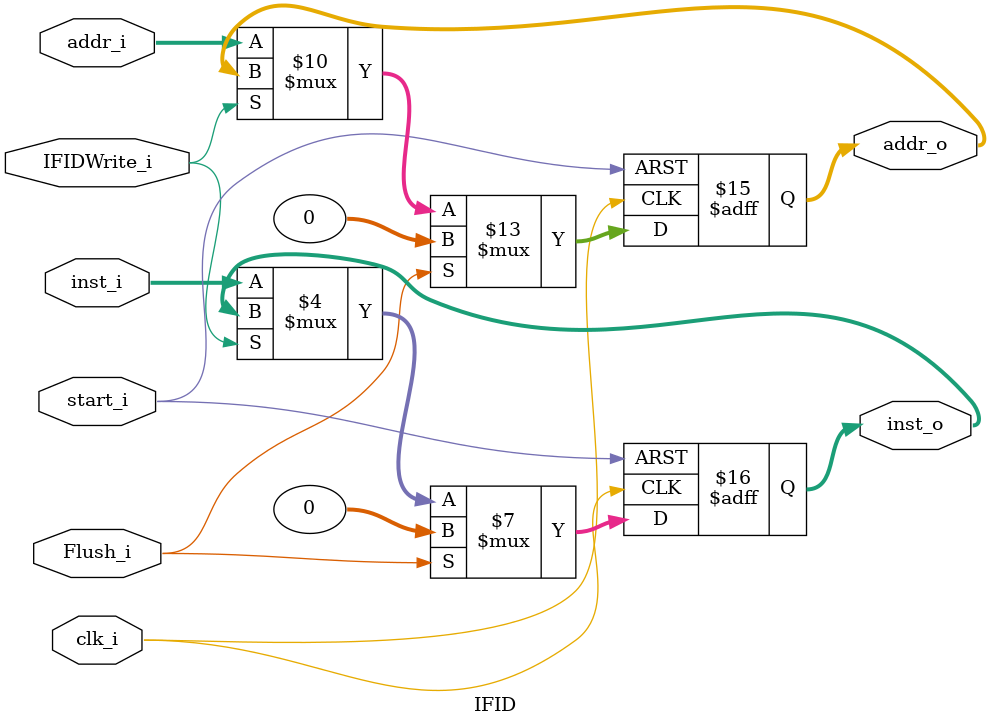
<source format=v>
module IFID (
    clk_i,
    start_i,
    addr_i,
    inst_i,
    IFIDWrite_i,
    Flush_i,
    addr_o,
    inst_o
);

input clk_i, start_i;
input   IFIDWrite_i, Flush_i;
input [31:0] addr_i, inst_i;
output [31:0] addr_o, inst_o;
reg [31:0] addr_o, inst_o;

always @ ( posedge clk_i or negedge start_i) begin
  if (start_i == 0) begin
    addr_o <= 0;
    inst_o <= 0;
  end
  else if (Flush_i) begin
    addr_o <= 0;
    inst_o <= 0;
  end
  else begin
    if (IFIDWrite_i) begin //stall
        addr_o <= addr_o;
        inst_o <= inst_o;
    end
    else begin
        addr_o <= addr_i;
        inst_o <= inst_i;
    end
  end
end
endmodule

</source>
